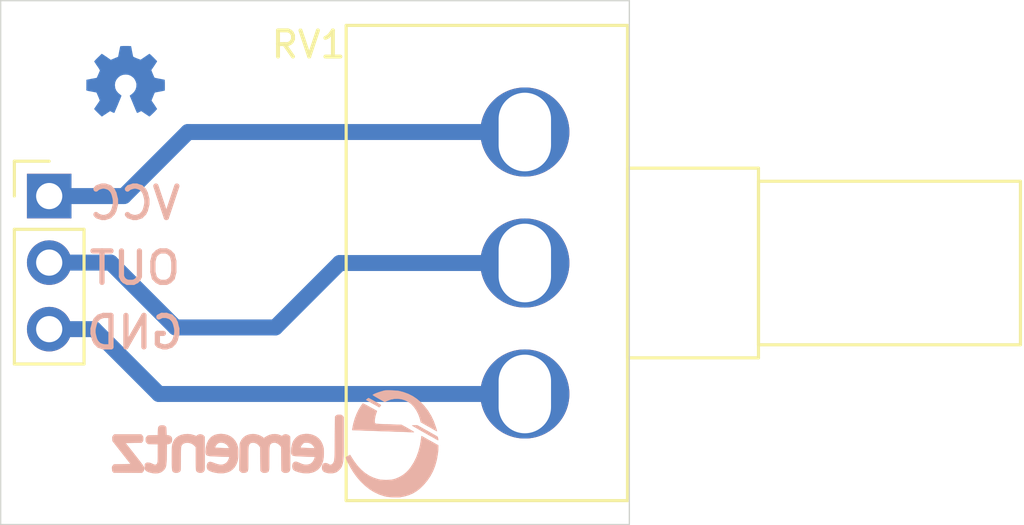
<source format=kicad_pcb>
(kicad_pcb (version 20171130) (host pcbnew 5.1.8-db9833491~87~ubuntu20.04.1)

  (general
    (thickness 1.6)
    (drawings 7)
    (tracks 11)
    (zones 0)
    (modules 5)
    (nets 4)
  )

  (page A4)
  (title_block
    (title "Potentiometer Module")
    (date 2020-11-10)
    (rev V1.0)
    (company "Elementz Engineers Guild Pvt Ltd")
    (comment 1 "Verified by : Jerryl")
    (comment 2 "Drawn by : Anandu")
  )

  (layers
    (0 F.Cu signal)
    (31 B.Cu signal)
    (32 B.Adhes user)
    (33 F.Adhes user)
    (34 B.Paste user)
    (35 F.Paste user)
    (36 B.SilkS user)
    (37 F.SilkS user)
    (38 B.Mask user)
    (39 F.Mask user)
    (40 Dwgs.User user)
    (41 Cmts.User user)
    (42 Eco1.User user)
    (43 Eco2.User user)
    (44 Edge.Cuts user)
    (45 Margin user hide)
    (46 B.CrtYd user hide)
    (47 F.CrtYd user hide)
    (48 B.Fab user hide)
    (49 F.Fab user hide)
  )

  (setup
    (last_trace_width 0.6096)
    (trace_clearance 0.2)
    (zone_clearance 0.508)
    (zone_45_only no)
    (trace_min 0.2)
    (via_size 0.8)
    (via_drill 0.4)
    (via_min_size 0.4)
    (via_min_drill 0.3)
    (uvia_size 0.3)
    (uvia_drill 0.1)
    (uvias_allowed no)
    (uvia_min_size 0.2)
    (uvia_min_drill 0.1)
    (edge_width 0.05)
    (segment_width 0.2)
    (pcb_text_width 0.3)
    (pcb_text_size 1.5 1.5)
    (mod_edge_width 0.12)
    (mod_text_size 1 1)
    (mod_text_width 0.15)
    (pad_size 3 3)
    (pad_drill 3)
    (pad_to_mask_clearance 0)
    (aux_axis_origin 0 0)
    (visible_elements FFFFFF7F)
    (pcbplotparams
      (layerselection 0x010f4_fffffffe)
      (usegerberextensions false)
      (usegerberattributes true)
      (usegerberadvancedattributes true)
      (creategerberjobfile true)
      (excludeedgelayer true)
      (linewidth 0.100000)
      (plotframeref false)
      (viasonmask false)
      (mode 1)
      (useauxorigin false)
      (hpglpennumber 1)
      (hpglpenspeed 20)
      (hpglpendiameter 15.000000)
      (psnegative false)
      (psa4output false)
      (plotreference true)
      (plotvalue false)
      (plotinvisibletext false)
      (padsonsilk false)
      (subtractmaskfromsilk false)
      (outputformat 1)
      (mirror false)
      (drillshape 0)
      (scaleselection 1)
      (outputdirectory "Gerber"))
  )

  (net 0 "")
  (net 1 /VCC)
  (net 2 GND)
  (net 3 /OUT)

  (net_class Default "This is the default net class."
    (clearance 0.2)
    (trace_width 0.6096)
    (via_dia 0.8)
    (via_drill 0.4)
    (uvia_dia 0.3)
    (uvia_drill 0.1)
    (add_net /OUT)
    (add_net /VCC)
    (add_net GND)
  )

  (module Potentiometer_THT:Potentiometer_Alps_RK163_Single_Horizontal (layer F.Cu) (tedit 5FACF92B) (tstamp 5FA9A8BC)
    (at 148.717 97.155)
    (descr "Potentiometer, horizontal, Alps RK163 Single, http://www.alps.com/prod/info/E/HTML/Potentiometer/RotaryPotentiometers/RK16/RK16_list.html")
    (tags "Potentiometer horizontal Alps RK163 Single")
    (path /5FA915B9)
    (fp_text reference RV1 (at -8.255 -13.335 180) (layer F.SilkS)
      (effects (font (size 1 1) (thickness 0.15)))
    )
    (fp_text value R_POT (at 0 5.2) (layer F.Fab)
      (effects (font (size 1 1) (thickness 0.15)))
    )
    (fp_line (start -6.7 -13.95) (end -6.7 3.95) (layer F.Fab) (width 0.1))
    (fp_line (start -6.7 3.95) (end 3.8 3.95) (layer F.Fab) (width 0.1))
    (fp_line (start 3.8 3.95) (end 3.8 -13.95) (layer F.Fab) (width 0.1))
    (fp_line (start 3.8 -13.95) (end -6.7 -13.95) (layer F.Fab) (width 0.1))
    (fp_line (start 3.8 -8.5) (end 3.8 -1.5) (layer F.Fab) (width 0.1))
    (fp_line (start 3.8 -1.5) (end 8.8 -1.5) (layer F.Fab) (width 0.1))
    (fp_line (start 8.8 -1.5) (end 8.8 -8.5) (layer F.Fab) (width 0.1))
    (fp_line (start 8.8 -8.5) (end 3.8 -8.5) (layer F.Fab) (width 0.1))
    (fp_line (start 8.8 -8) (end 8.8 -2) (layer F.Fab) (width 0.1))
    (fp_line (start 8.8 -2) (end 18.8 -2) (layer F.Fab) (width 0.1))
    (fp_line (start 18.8 -2) (end 18.8 -8) (layer F.Fab) (width 0.1))
    (fp_line (start 18.8 -8) (end 8.8 -8) (layer F.Fab) (width 0.1))
    (fp_line (start -6.82 -14.07) (end 3.92 -14.07) (layer F.SilkS) (width 0.12))
    (fp_line (start -6.82 4.07) (end 3.92 4.07) (layer F.SilkS) (width 0.12))
    (fp_line (start -6.82 -14.07) (end -6.82 4.07) (layer F.SilkS) (width 0.12))
    (fp_line (start 3.92 -14.07) (end 3.92 4.07) (layer F.SilkS) (width 0.12))
    (fp_line (start 3.92 -8.62) (end 8.92 -8.62) (layer F.SilkS) (width 0.12))
    (fp_line (start 3.92 -1.38) (end 8.92 -1.38) (layer F.SilkS) (width 0.12))
    (fp_line (start 3.92 -8.62) (end 3.92 -1.38) (layer F.SilkS) (width 0.12))
    (fp_line (start 8.92 -8.62) (end 8.92 -1.38) (layer F.SilkS) (width 0.12))
    (fp_line (start 8.92 -8.12) (end 18.92 -8.12) (layer F.SilkS) (width 0.12))
    (fp_line (start 8.92 -1.879) (end 18.92 -1.879) (layer F.SilkS) (width 0.12))
    (fp_line (start 8.92 -8.12) (end 8.92 -1.879) (layer F.SilkS) (width 0.12))
    (fp_line (start 18.92 -8.12) (end 18.92 -1.879) (layer F.SilkS) (width 0.12))
    (fp_line (start -6.95 -14.2) (end -6.95 4.2) (layer F.CrtYd) (width 0.05))
    (fp_line (start -6.95 4.2) (end 19.05 4.2) (layer F.CrtYd) (width 0.05))
    (fp_line (start 19.05 4.2) (end 19.05 -14.2) (layer F.CrtYd) (width 0.05))
    (fp_line (start 19.05 -14.2) (end -6.95 -14.2) (layer F.CrtYd) (width 0.05))
    (fp_text user %R (at -1.45 -5) (layer F.Fab)
      (effects (font (size 1 1) (thickness 0.15)))
    )
    (pad 1 thru_hole oval (at 0 0) (size 3.4 3.4) (drill oval 2 3) (layers *.Cu *.Mask)
      (net 2 GND))
    (pad 2 thru_hole oval (at 0 -5) (size 3.4 3.4) (drill oval 2 3) (layers *.Cu *.Mask)
      (net 3 /OUT))
    (pad 3 thru_hole oval (at 0 -10) (size 3.4 3.4) (drill oval 2 3) (layers *.Cu *.Mask)
      (net 1 /VCC))
    (model "/home/jerryl/Git/Work/PCB DEsigners Repo/pcb_designers_repo/3D/POTENTIOMETER.STEP"
      (offset (xyz -5 5 12.5))
      (scale (xyz 1 1 1))
      (rotate (xyz -90 0 -90))
    )
  )

  (module OSHW-logo:OSHW-logo_copper-back_3mm (layer B.Cu) (tedit 0) (tstamp 5FA939A9)
    (at 133.477 85.217 180)
    (fp_text reference G*** (at 0 -1.59004 180) (layer F.SilkS) hide
      (effects (font (size 0.13462 0.13462) (thickness 0.0254)))
    )
    (fp_text value OSHW-logo_copper-back_3mm (at 0 1.59004 180) (layer F.SilkS) hide
      (effects (font (size 0.13462 0.13462) (thickness 0.0254)))
    )
    (fp_poly (pts (xy 0.90932 -1.3462) (xy 0.89154 -1.33858) (xy 0.85852 -1.31572) (xy 0.80772 -1.2827)
      (xy 0.7493 -1.2446) (xy 0.68834 -1.20396) (xy 0.64008 -1.17094) (xy 0.60452 -1.14808)
      (xy 0.59182 -1.14046) (xy 0.5842 -1.143) (xy 0.55626 -1.15824) (xy 0.51562 -1.17856)
      (xy 0.49022 -1.19126) (xy 0.45212 -1.2065) (xy 0.43434 -1.21158) (xy 0.4318 -1.2065)
      (xy 0.41656 -1.17602) (xy 0.39624 -1.12776) (xy 0.3683 -1.06172) (xy 0.33528 -0.98552)
      (xy 0.29972 -0.90424) (xy 0.2667 -0.82042) (xy 0.23368 -0.74168) (xy 0.2032 -0.66802)
      (xy 0.18034 -0.6096) (xy 0.1651 -0.56896) (xy 0.15748 -0.55118) (xy 0.16002 -0.54864)
      (xy 0.1778 -0.53086) (xy 0.21082 -0.50546) (xy 0.28194 -0.44704) (xy 0.35306 -0.36068)
      (xy 0.39624 -0.26162) (xy 0.40894 -0.14986) (xy 0.39878 -0.04826) (xy 0.35814 0.04826)
      (xy 0.28956 0.13716) (xy 0.20574 0.2032) (xy 0.10922 0.24384) (xy 0 0.25654)
      (xy -0.10414 0.24638) (xy -0.2032 0.20574) (xy -0.2921 0.1397) (xy -0.3302 0.09652)
      (xy -0.381 0.00508) (xy -0.41148 -0.0889) (xy -0.41402 -0.11176) (xy -0.40894 -0.21844)
      (xy -0.37846 -0.32004) (xy -0.32258 -0.40894) (xy -0.24638 -0.4826) (xy -0.23622 -0.49022)
      (xy -0.20066 -0.51816) (xy -0.17526 -0.53594) (xy -0.15748 -0.55118) (xy -0.2921 -0.87376)
      (xy -0.31242 -0.92456) (xy -0.35052 -1.01346) (xy -0.381 -1.08966) (xy -0.40894 -1.15062)
      (xy -0.42672 -1.19126) (xy -0.43434 -1.2065) (xy -0.44704 -1.20904) (xy -0.4699 -1.20142)
      (xy -0.51562 -1.17856) (xy -0.5461 -1.16332) (xy -0.57912 -1.14808) (xy -0.59436 -1.14046)
      (xy -0.6096 -1.14808) (xy -0.64262 -1.1684) (xy -0.68834 -1.20142) (xy -0.74676 -1.23952)
      (xy -0.80264 -1.27762) (xy -0.85344 -1.31064) (xy -0.889 -1.33604) (xy -0.90678 -1.34366)
      (xy -0.90932 -1.34366) (xy -0.9271 -1.33604) (xy -0.95504 -1.31064) (xy -0.99822 -1.27)
      (xy -1.06172 -1.20904) (xy -1.07188 -1.19888) (xy -1.12268 -1.14808) (xy -1.16332 -1.10236)
      (xy -1.19126 -1.07188) (xy -1.20142 -1.05918) (xy -1.19126 -1.0414) (xy -1.1684 -1.0033)
      (xy -1.13538 -0.9525) (xy -1.09474 -0.89154) (xy -0.98806 -0.7366) (xy -1.04648 -0.59182)
      (xy -1.06426 -0.5461) (xy -1.08712 -0.49022) (xy -1.1049 -0.45212) (xy -1.11252 -0.43434)
      (xy -1.1303 -0.42926) (xy -1.1684 -0.4191) (xy -1.22682 -0.40894) (xy -1.29794 -0.39624)
      (xy -1.36398 -0.38354) (xy -1.4224 -0.37084) (xy -1.46558 -0.36322) (xy -1.4859 -0.36068)
      (xy -1.49098 -0.3556) (xy -1.49352 -0.34798) (xy -1.49606 -0.32766) (xy -1.4986 -0.28956)
      (xy -1.4986 -0.23368) (xy -1.4986 -0.14986) (xy -1.4986 -0.14224) (xy -1.4986 -0.0635)
      (xy -1.49606 0) (xy -1.49352 0.0381) (xy -1.49098 0.05588) (xy -1.4732 0.06096)
      (xy -1.43002 0.06858) (xy -1.3716 0.08128) (xy -1.30048 0.09398) (xy -1.2954 0.09398)
      (xy -1.22428 0.10922) (xy -1.16586 0.12192) (xy -1.12268 0.12954) (xy -1.1049 0.13716)
      (xy -1.10236 0.14224) (xy -1.08712 0.17018) (xy -1.0668 0.21336) (xy -1.04394 0.2667)
      (xy -1.02108 0.32258) (xy -1.00076 0.37338) (xy -0.98806 0.40894) (xy -0.98298 0.42672)
      (xy -0.99314 0.4445) (xy -1.01854 0.48006) (xy -1.0541 0.53086) (xy -1.09474 0.59182)
      (xy -1.09728 0.5969) (xy -1.13792 0.65786) (xy -1.17094 0.70866) (xy -1.1938 0.74422)
      (xy -1.20142 0.75946) (xy -1.20142 0.762) (xy -1.18872 0.77978) (xy -1.15824 0.8128)
      (xy -1.11252 0.85852) (xy -1.06172 0.91186) (xy -1.04394 0.9271) (xy -0.98552 0.98552)
      (xy -0.94488 1.02108) (xy -0.91948 1.0414) (xy -0.90932 1.04648) (xy -0.90678 1.04648)
      (xy -0.889 1.03632) (xy -0.8509 1.01092) (xy -0.8001 0.97536) (xy -0.73914 0.93472)
      (xy -0.7366 0.93218) (xy -0.67564 0.89154) (xy -0.62484 0.85598) (xy -0.58928 0.83312)
      (xy -0.57404 0.8255) (xy -0.5715 0.8255) (xy -0.54864 0.83058) (xy -0.50546 0.84582)
      (xy -0.45212 0.86614) (xy -0.39624 0.889) (xy -0.34544 0.90932) (xy -0.30988 0.9271)
      (xy -0.2921 0.93726) (xy -0.28956 0.93726) (xy -0.28448 0.96012) (xy -0.27432 1.00584)
      (xy -0.26162 1.0668) (xy -0.24638 1.14046) (xy -0.24384 1.15062) (xy -0.23114 1.22428)
      (xy -0.22098 1.2827) (xy -0.21082 1.32334) (xy -0.20828 1.34112) (xy -0.19812 1.34112)
      (xy -0.16256 1.34366) (xy -0.10922 1.3462) (xy -0.04318 1.3462) (xy 0.02286 1.3462)
      (xy 0.0889 1.3462) (xy 0.14478 1.34366) (xy 0.18542 1.34112) (xy 0.2032 1.33604)
      (xy 0.20828 1.31318) (xy 0.21844 1.27) (xy 0.23114 1.2065) (xy 0.24638 1.13284)
      (xy 0.24892 1.12014) (xy 0.26162 1.04902) (xy 0.27432 0.9906) (xy 0.28194 0.94996)
      (xy 0.28702 0.93472) (xy 0.2921 0.93218) (xy 0.32258 0.91694) (xy 0.37084 0.89916)
      (xy 0.42926 0.87376) (xy 0.56642 0.81788) (xy 0.73406 0.93472) (xy 0.7493 0.94488)
      (xy 0.81026 0.98552) (xy 0.86106 1.01854) (xy 0.89662 1.0414) (xy 0.90932 1.04902)
      (xy 0.91186 1.04902) (xy 0.9271 1.03378) (xy 0.96012 1.0033) (xy 1.00584 0.95758)
      (xy 1.05918 0.90678) (xy 1.09982 0.86614) (xy 1.14554 0.82042) (xy 1.17348 0.7874)
      (xy 1.19126 0.76708) (xy 1.19634 0.75438) (xy 1.1938 0.74676) (xy 1.18364 0.72898)
      (xy 1.15824 0.69342) (xy 1.12522 0.64008) (xy 1.08458 0.58166) (xy 1.04902 0.53086)
      (xy 1.01346 0.47498) (xy 0.9906 0.43434) (xy 0.98044 0.41656) (xy 0.98298 0.4064)
      (xy 0.99568 0.37338) (xy 1.016 0.32512) (xy 1.0414 0.26416) (xy 1.09982 0.13208)
      (xy 1.18618 0.1143) (xy 1.23952 0.10414) (xy 1.31318 0.09144) (xy 1.3843 0.0762)
      (xy 1.49606 0.05588) (xy 1.4986 -0.34798) (xy 1.48082 -0.3556) (xy 1.46558 -0.36068)
      (xy 1.42494 -0.37084) (xy 1.36652 -0.381) (xy 1.29794 -0.3937) (xy 1.23698 -0.4064)
      (xy 1.17856 -0.41656) (xy 1.13538 -0.42418) (xy 1.1176 -0.42926) (xy 1.11252 -0.43434)
      (xy 1.09728 -0.46482) (xy 1.07696 -0.51054) (xy 1.0541 -0.56388) (xy 1.0287 -0.6223)
      (xy 1.00838 -0.6731) (xy 0.99314 -0.71374) (xy 0.98806 -0.73406) (xy 0.99568 -0.7493)
      (xy 1.01854 -0.78486) (xy 1.05156 -0.83566) (xy 1.0922 -0.89408) (xy 1.13284 -0.9525)
      (xy 1.16586 -1.0033) (xy 1.19126 -1.03886) (xy 1.19888 -1.05664) (xy 1.1938 -1.0668)
      (xy 1.17094 -1.09474) (xy 1.12776 -1.14046) (xy 1.06172 -1.2065) (xy 1.04902 -1.21666)
      (xy 0.99822 -1.26746) (xy 0.9525 -1.3081) (xy 0.92202 -1.33604) (xy 0.90932 -1.3462)) (layer B.Cu) (width 0.00254))
  )

  (module Logo:logo1 (layer B.Cu) (tedit 0) (tstamp 5FA9B05C)
    (at 139.192 99.06 180)
    (fp_text reference G*** (at 0 0) (layer B.SilkS) hide
      (effects (font (size 1.524 1.524) (thickness 0.3)) (justify mirror))
    )
    (fp_text value LOGO (at 0.75 0) (layer B.SilkS) hide
      (effects (font (size 1.524 1.524) (thickness 0.3)) (justify mirror))
    )
    (fp_poly (pts (xy -5.577609 0.288045) (xy -5.573084 0.255652) (xy -5.567141 0.209238) (xy -5.563307 0.1778)
      (xy -5.523404 -0.065291) (xy -5.463799 -0.294458) (xy -5.38483 -0.508863) (xy -5.286833 -0.707668)
      (xy -5.170148 -0.890035) (xy -5.093944 -0.98806) (xy -4.989551 -1.095173) (xy -4.866913 -1.190178)
      (xy -4.731724 -1.269451) (xy -4.58968 -1.329371) (xy -4.52755 -1.348381) (xy -4.440989 -1.365376)
      (xy -4.337916 -1.375513) (xy -4.226276 -1.378802) (xy -4.11401 -1.375253) (xy -4.009061 -1.36488)
      (xy -3.919372 -1.347691) (xy -3.918802 -1.347542) (xy -3.745271 -1.290696) (xy -3.582443 -1.213037)
      (xy -3.429461 -1.113872) (xy -3.285468 -0.992513) (xy -3.149607 -0.848268) (xy -3.021024 -0.680445)
      (xy -2.941568 -0.559403) (xy -2.854337 -0.418682) (xy -2.770194 -0.465208) (xy -2.729353 -0.487935)
      (xy -2.698133 -0.505582) (xy -2.682341 -0.514861) (xy -2.681594 -0.515381) (xy -2.685309 -0.527428)
      (xy -2.698449 -0.558359) (xy -2.719253 -0.604257) (xy -2.74596 -0.661202) (xy -2.765247 -0.701452)
      (xy -2.869663 -0.902353) (xy -2.979661 -1.082913) (xy -3.098606 -1.24809) (xy -3.229862 -1.402848)
      (xy -3.27025 -1.446006) (xy -3.432617 -1.601618) (xy -3.599558 -1.732909) (xy -3.772609 -1.840774)
      (xy -3.9533 -1.926109) (xy -4.143165 -1.989809) (xy -4.2418 -2.013779) (xy -4.287953 -2.021052)
      (xy -4.351878 -2.027611) (xy -4.427335 -2.033177) (xy -4.508084 -2.03747) (xy -4.587883 -2.04021)
      (xy -4.660491 -2.041118) (xy -4.719668 -2.039915) (xy -4.75615 -2.036816) (xy -4.93853 -2.001392)
      (xy -5.102125 -1.952567) (xy -5.250844 -1.888351) (xy -5.388595 -1.806755) (xy -5.519287 -1.705787)
      (xy -5.646828 -1.583459) (xy -5.647116 -1.583157) (xy -5.79331 -1.412708) (xy -5.917499 -1.231337)
      (xy -6.02017 -1.037989) (xy -6.101809 -0.831612) (xy -6.162903 -0.61115) (xy -6.203729 -0.377174)
      (xy -6.211671 -0.307751) (xy -6.218022 -0.237654) (xy -6.222015 -0.176267) (xy -6.223 -0.141613)
      (xy -6.223 -0.055927) (xy -5.902572 0.123625) (xy -5.820791 0.169332) (xy -5.746563 0.210589)
      (xy -5.682668 0.24587) (xy -5.631885 0.273648) (xy -5.596992 0.292397) (xy -5.580768 0.300591)
      (xy -5.579957 0.300814) (xy -5.577609 0.288045)) (layer B.SilkS) (width 0.01))
    (fp_poly (pts (xy -2.389938 1.110207) (xy -2.358606 1.105521) (xy -2.336258 1.094859) (xy -2.314864 1.076051)
      (xy -2.27965 1.040851) (xy -2.27247 0.225151) (xy -2.270946 0.055821) (xy -2.269485 -0.090079)
      (xy -2.267957 -0.214522) (xy -2.26623 -0.319476) (xy -2.264174 -0.406913) (xy -2.261657 -0.478803)
      (xy -2.258548 -0.537117) (xy -2.254717 -0.583824) (xy -2.250033 -0.620896) (xy -2.244363 -0.650302)
      (xy -2.237578 -0.674014) (xy -2.229547 -0.694001) (xy -2.220137 -0.712235) (xy -2.209219 -0.730685)
      (xy -2.208878 -0.731244) (xy -2.173598 -0.770455) (xy -2.128571 -0.794915) (xy -2.097851 -0.8001)
      (xy -2.074736 -0.793271) (xy -2.041514 -0.776003) (xy -2.025678 -0.765907) (xy -1.970738 -0.739125)
      (xy -1.914521 -0.72967) (xy -1.863476 -0.737565) (xy -1.82405 -0.762833) (xy -1.821961 -0.765174)
      (xy -1.794181 -0.814591) (xy -1.781245 -0.875385) (xy -1.782962 -0.939365) (xy -1.79914 -0.998342)
      (xy -1.828465 -1.043018) (xy -1.873112 -1.0736) (xy -1.936237 -1.097948) (xy -2.011397 -1.114754)
      (xy -2.092152 -1.122706) (xy -2.172061 -1.120495) (xy -2.195226 -1.117606) (xy -2.274871 -1.101026)
      (xy -2.33866 -1.07541) (xy -2.395708 -1.03596) (xy -2.449816 -0.983601) (xy -2.493641 -0.933369)
      (xy -2.523 -0.88987) (xy -2.543455 -0.844219) (xy -2.550674 -0.822445) (xy -2.562208 -0.784641)
      (xy -2.572118 -0.750255) (xy -2.580529 -0.717093) (xy -2.587564 -0.682961) (xy -2.593347 -0.645667)
      (xy -2.598002 -0.603017) (xy -2.601654 -0.552816) (xy -2.604425 -0.492873) (xy -2.606442 -0.420992)
      (xy -2.607826 -0.334982) (xy -2.608702 -0.232647) (xy -2.609195 -0.111795) (xy -2.609428 0.029767)
      (xy -2.609525 0.194234) (xy -2.609535 0.218808) (xy -2.60985 1.028165) (xy -2.568331 1.069708)
      (xy -2.544368 1.091786) (xy -2.522356 1.104247) (xy -2.493765 1.109819) (xy -2.45007 1.111228)
      (xy -2.438445 1.11125) (xy -2.389938 1.110207)) (layer B.SilkS) (width 0.01))
    (fp_poly (pts (xy -1.064438 0.37023) (xy -0.969219 0.348238) (xy -0.888984 0.315094) (xy -0.882214 0.311278)
      (xy -0.830247 0.273437) (xy -0.775349 0.221106) (xy -0.725463 0.162751) (xy -0.68853 0.106836)
      (xy -0.686196 0.102377) (xy -0.658624 0.036889) (xy -0.635422 -0.040096) (xy -0.617475 -0.122621)
      (xy -0.605666 -0.204725) (xy -0.60088 -0.280452) (xy -0.603999 -0.343842) (xy -0.613962 -0.384632)
      (xy -0.624249 -0.406509) (xy -0.636706 -0.424303) (xy -0.65398 -0.438546) (xy -0.67872 -0.449769)
      (xy -0.713574 -0.458503) (xy -0.761189 -0.46528) (xy -0.824214 -0.470632) (xy -0.905296 -0.475089)
      (xy -1.007085 -0.479183) (xy -1.101271 -0.482423) (xy -1.197216 -0.485598) (xy -1.285198 -0.488489)
      (xy -1.361938 -0.49099) (xy -1.42416 -0.492994) (xy -1.468584 -0.494395) (xy -1.491934 -0.495088)
      (xy -1.494402 -0.495142) (xy -1.503647 -0.505095) (xy -1.501335 -0.531118) (xy -1.48971 -0.567958)
      (xy -1.471018 -0.610363) (xy -1.447501 -0.653079) (xy -1.421406 -0.690853) (xy -1.401339 -0.712925)
      (xy -1.351115 -0.752961) (xy -1.299942 -0.777619) (xy -1.23961 -0.789782) (xy -1.17475 -0.792447)
      (xy -1.121292 -0.790985) (xy -1.078556 -0.785468) (xy -1.036518 -0.773594) (xy -0.985151 -0.753059)
      (xy -0.9652 -0.744324) (xy -0.896125 -0.714323) (xy -0.845256 -0.694221) (xy -0.807886 -0.682958)
      (xy -0.77931 -0.679468) (xy -0.754822 -0.682688) (xy -0.730408 -0.691265) (xy -0.686041 -0.72267)
      (xy -0.659147 -0.772503) (xy -0.649732 -0.84075) (xy -0.651474 -0.880622) (xy -0.661627 -0.937747)
      (xy -0.68311 -0.979679) (xy -0.72061 -1.012416) (xy -0.776905 -1.041137) (xy -0.905304 -1.084918)
      (xy -1.044883 -1.112358) (xy -1.186298 -1.122078) (xy -1.28905 -1.116786) (xy -1.417439 -1.091704)
      (xy -1.530007 -1.046768) (xy -1.626485 -0.982205) (xy -1.706607 -0.89824) (xy -1.770102 -0.795099)
      (xy -1.816678 -0.6731) (xy -1.832284 -0.602307) (xy -1.843776 -0.5161) (xy -1.850893 -0.421691)
      (xy -1.853372 -0.326291) (xy -1.85095 -0.237111) (xy -1.84395 -0.167209) (xy -1.500193 -0.167209)
      (xy -1.235872 -0.158183) (xy -1.156762 -0.15534) (xy -1.086743 -0.152552) (xy -1.029609 -0.149993)
      (xy -0.989157 -0.147837) (xy -0.969182 -0.146256) (xy -0.967757 -0.145927) (xy -0.965789 -0.129025)
      (xy -0.977257 -0.098932) (xy -0.999042 -0.061725) (xy -1.028027 -0.023476) (xy -1.034222 -0.016448)
      (xy -1.065542 0.016332) (xy -1.09089 0.034656) (xy -1.120579 0.043562) (xy -1.16492 0.048089)
      (xy -1.166532 0.048206) (xy -1.256178 0.043285) (xy -1.337779 0.016473) (xy -1.407638 -0.030241)
      (xy -1.462052 -0.094871) (xy -1.474745 -0.117327) (xy -1.500193 -0.167209) (xy -1.84395 -0.167209)
      (xy -1.843364 -0.161363) (xy -1.83658 -0.126767) (xy -1.79434 0.002536) (xy -1.736859 0.111828)
      (xy -1.663179 0.202099) (xy -1.572341 0.274343) (xy -1.463387 0.329552) (xy -1.364962 0.361492)
      (xy -1.269812 0.377638) (xy -1.167136 0.38029) (xy -1.064438 0.37023)) (layer B.SilkS) (width 0.01))
    (fp_poly (pts (xy 2.201658 0.370843) (xy 2.31393 0.340411) (xy 2.410865 0.289768) (xy 2.492406 0.218975)
      (xy 2.558492 0.128097) (xy 2.609065 0.017195) (xy 2.644066 -0.113668) (xy 2.661601 -0.241364)
      (xy 2.664812 -0.301273) (xy 2.66158 -0.34509) (xy 2.651196 -0.381467) (xy 2.649876 -0.384696)
      (xy 2.63961 -0.406556) (xy 2.627164 -0.424337) (xy 2.609891 -0.438569) (xy 2.585145 -0.449784)
      (xy 2.550277 -0.458513) (xy 2.502641 -0.465288) (xy 2.439588 -0.470637) (xy 2.358472 -0.475094)
      (xy 2.256645 -0.479189) (xy 2.162629 -0.482423) (xy 2.066684 -0.485598) (xy 1.978702 -0.488489)
      (xy 1.901962 -0.49099) (xy 1.83974 -0.492994) (xy 1.795316 -0.494395) (xy 1.771966 -0.495088)
      (xy 1.769498 -0.495142) (xy 1.760253 -0.505095) (xy 1.762565 -0.531118) (xy 1.77419 -0.567958)
      (xy 1.792882 -0.610363) (xy 1.816399 -0.653079) (xy 1.842494 -0.690853) (xy 1.862561 -0.712925)
      (xy 1.930298 -0.761665) (xy 2.006457 -0.789224) (xy 2.092398 -0.795648) (xy 2.18948 -0.78098)
      (xy 2.299063 -0.745268) (xy 2.338396 -0.728786) (xy 2.415678 -0.699399) (xy 2.477123 -0.686922)
      (xy 2.525702 -0.691192) (xy 2.564385 -0.712047) (xy 2.569061 -0.71617) (xy 2.596211 -0.756633)
      (xy 2.61156 -0.811299) (xy 2.614867 -0.871756) (xy 2.605892 -0.929591) (xy 2.584394 -0.976391)
      (xy 2.576756 -0.985679) (xy 2.531183 -1.020292) (xy 2.465247 -1.051567) (xy 2.383885 -1.078423)
      (xy 2.292034 -1.099778) (xy 2.194632 -1.114552) (xy 2.096614 -1.121663) (xy 2.002917 -1.120029)
      (xy 1.97485 -1.117505) (xy 1.846539 -1.092571) (xy 1.734102 -1.047815) (xy 1.63765 -0.983336)
      (xy 1.557297 -0.89923) (xy 1.493152 -0.795593) (xy 1.44533 -0.672524) (xy 1.440026 -0.65405)
      (xy 1.42773 -0.592383) (xy 1.4188 -0.51321) (xy 1.413401 -0.423872) (xy 1.411699 -0.331711)
      (xy 1.413863 -0.24407) (xy 1.420057 -0.168289) (xy 1.420239 -0.167209) (xy 1.763707 -0.167209)
      (xy 2.028028 -0.158183) (xy 2.107224 -0.155288) (xy 2.177408 -0.152359) (xy 2.234765 -0.149585)
      (xy 2.275479 -0.147156) (xy 2.295731 -0.14526) (xy 2.297234 -0.144836) (xy 2.296892 -0.130107)
      (xy 2.285932 -0.101863) (xy 2.268018 -0.067596) (xy 2.24681 -0.034798) (xy 2.237797 -0.023256)
      (xy 2.188993 0.02073) (xy 2.13118 0.044426) (xy 2.067555 0.050522) (xy 1.981885 0.038189)
      (xy 1.903623 0.003832) (xy 1.837502 -0.049682) (xy 1.78874 -0.118529) (xy 1.763707 -0.167209)
      (xy 1.420239 -0.167209) (xy 1.427949 -0.12147) (xy 1.469124 0.004408) (xy 1.529287 0.114034)
      (xy 1.607063 0.206338) (xy 1.701078 0.280252) (xy 1.809958 0.334708) (xy 1.93233 0.368637)
      (xy 2.066817 0.38097) (xy 2.07411 0.381) (xy 2.201658 0.370843)) (layer B.SilkS) (width 0.01))
    (fp_poly (pts (xy 4.366501 0.703804) (xy 4.397832 0.69911) (xy 4.420189 0.688433) (xy 4.441536 0.669672)
      (xy 4.456529 0.653511) (xy 4.466696 0.637018) (xy 4.47316 0.61489) (xy 4.477045 0.581825)
      (xy 4.479472 0.532519) (xy 4.480962 0.483491) (xy 4.485174 0.332488) (xy 4.674414 0.328169)
      (xy 4.863653 0.32385) (xy 4.905151 0.282331) (xy 4.927977 0.257263) (xy 4.940443 0.234028)
      (xy 4.945637 0.203427) (xy 4.94665 0.15875) (xy 4.945522 0.112484) (xy 4.940079 0.082388)
      (xy 4.927231 0.059264) (xy 4.905151 0.03517) (xy 4.863653 -0.00635) (xy 4.673376 -0.010689)
      (xy 4.4831 -0.015029) (xy 4.48317 -0.340889) (xy 4.483596 -0.455304) (xy 4.485064 -0.547115)
      (xy 4.487941 -0.619111) (xy 4.492595 -0.674079) (xy 4.499393 -0.714809) (xy 4.508703 -0.744087)
      (xy 4.520893 -0.764702) (xy 4.536329 -0.779441) (xy 4.541455 -0.783007) (xy 4.573855 -0.794722)
      (xy 4.615414 -0.791372) (xy 4.669729 -0.772258) (xy 4.71805 -0.748712) (xy 4.761461 -0.73169)
      (xy 4.814148 -0.718701) (xy 4.839379 -0.715072) (xy 4.882541 -0.712383) (xy 4.910884 -0.716535)
      (xy 4.934596 -0.729912) (xy 4.947329 -0.740312) (xy 4.966029 -0.757962) (xy 4.977171 -0.77577)
      (xy 4.982703 -0.800703) (xy 4.984574 -0.839729) (xy 4.98475 -0.874177) (xy 4.983902 -0.92686)
      (xy 4.980231 -0.961419) (xy 4.972048 -0.985103) (xy 4.957662 -1.005163) (xy 4.953 -1.010351)
      (xy 4.910477 -1.045499) (xy 4.852392 -1.073832) (xy 4.775183 -1.096798) (xy 4.706146 -1.110755)
      (xy 4.64578 -1.120862) (xy 4.601784 -1.126408) (xy 4.565577 -1.127592) (xy 4.52858 -1.12461)
      (xy 4.482213 -1.117662) (xy 4.472981 -1.116134) (xy 4.395518 -1.09653) (xy 4.330974 -1.063206)
      (xy 4.275678 -1.017775) (xy 4.244196 -0.985933) (xy 4.218402 -0.95405) (xy 4.19768 -0.919211)
      (xy 4.181416 -0.878501) (xy 4.168993 -0.829002) (xy 4.159797 -0.767799) (xy 4.153213 -0.691976)
      (xy 4.148625 -0.598617) (xy 4.14542 -0.484806) (xy 4.143678 -0.391981) (xy 4.137487 -0.015612)
      (xy 4.077585 -0.007666) (xy 4.025625 0.005907) (xy 3.98547 0.034068) (xy 3.980516 0.039074)
      (xy 3.959782 0.063594) (xy 3.948574 0.08807) (xy 3.944055 0.121682) (xy 3.94335 0.15934)
      (xy 3.94457 0.20574) (xy 3.950181 0.235872) (xy 3.963106 0.258828) (xy 3.981979 0.279441)
      (xy 4.017835 0.30725) (xy 4.061198 0.322027) (xy 4.085728 0.325783) (xy 4.150848 0.333495)
      (xy 4.155049 0.483994) (xy 4.157122 0.548306) (xy 4.159845 0.592537) (xy 4.164347 0.622005)
      (xy 4.171755 0.642025) (xy 4.183197 0.657912) (xy 4.194463 0.669672) (xy 4.21601 0.688573)
      (xy 4.238414 0.69918) (xy 4.269872 0.703828) (xy 4.318 0.70485) (xy 4.366501 0.703804)) (layer B.SilkS) (width 0.01))
    (fp_poly (pts (xy 1.00757 0.355986) (xy 1.11191 0.3179) (xy 1.199011 0.261669) (xy 1.269662 0.186752)
      (xy 1.324652 0.092606) (xy 1.335608 0.067086) (xy 1.34304 0.048045) (xy 1.349135 0.029528)
      (xy 1.354049 0.008861) (xy 1.357934 -0.016626) (xy 1.360946 -0.049606) (xy 1.363238 -0.09275)
      (xy 1.364964 -0.148731) (xy 1.366277 -0.22022) (xy 1.367333 -0.309889) (xy 1.368285 -0.42041)
      (xy 1.368974 -0.511895) (xy 1.372698 -1.017441) (xy 1.328969 -1.06117) (xy 1.300625 -1.086763)
      (xy 1.274817 -1.099821) (xy 1.240697 -1.104454) (xy 1.213489 -1.1049) (xy 1.163856 -1.101165)
      (xy 1.119685 -1.091533) (xy 1.103268 -1.085006) (xy 1.084632 -1.07435) (xy 1.069386 -1.061864)
      (xy 1.057189 -1.045052) (xy 1.047702 -1.021421) (xy 1.040588 -0.988476) (xy 1.035506 -0.943724)
      (xy 1.032118 -0.884669) (xy 1.030084 -0.808817) (xy 1.029066 -0.713675) (xy 1.028723 -0.596748)
      (xy 1.0287 -0.536498) (xy 1.028655 -0.418726) (xy 1.028416 -0.323541) (xy 1.02782 -0.24813)
      (xy 1.026705 -0.189679) (xy 1.024912 -0.145376) (xy 1.022279 -0.112407) (xy 1.018645 -0.087959)
      (xy 1.013848 -0.06922) (xy 1.007728 -0.053376) (xy 1.000125 -0.037615) (xy 0.975385 0.00216)
      (xy 0.946011 0.025884) (xy 0.920287 0.036774) (xy 0.851433 0.047851) (xy 0.779207 0.037441)
      (xy 0.709331 0.007771) (xy 0.647526 -0.03893) (xy 0.6096 -0.084252) (xy 0.57785 -0.13142)
      (xy 0.5715 -0.581119) (xy 0.56515 -1.030819) (xy 0.523674 -1.067859) (xy 0.494128 -1.090414)
      (xy 0.464126 -1.101494) (xy 0.422404 -1.104832) (xy 0.411918 -1.1049) (xy 0.36365 -1.101175)
      (xy 0.319989 -1.091648) (xy 0.303168 -1.085006) (xy 0.284477 -1.074307) (xy 0.269195 -1.061755)
      (xy 0.256981 -1.044845) (xy 0.247492 -1.021075) (xy 0.240387 -0.987941) (xy 0.235321 -0.94294)
      (xy 0.231954 -0.883568) (xy 0.229943 -0.807322) (xy 0.228945 -0.711698) (xy 0.228619 -0.594194)
      (xy 0.2286 -0.53975) (xy 0.228481 -0.41516) (xy 0.227911 -0.313295) (xy 0.226563 -0.231481)
      (xy 0.224115 -0.167042) (xy 0.220242 -0.117305) (xy 0.21462 -0.079594) (xy 0.206925 -0.051235)
      (xy 0.196832 -0.029552) (xy 0.184018 -0.011873) (xy 0.168157 0.004479) (xy 0.161936 0.010283)
      (xy 0.121298 0.034151) (xy 0.061917 0.04641) (xy 0.061875 0.046415) (xy 0.017586 0.048463)
      (xy -0.018468 0.04233) (xy -0.058832 0.025326) (xy -0.074834 0.017082) (xy -0.120533 -0.011963)
      (xy -0.163205 -0.047115) (xy -0.182784 -0.067826) (xy -0.22225 -0.116602) (xy -0.23495 -1.030822)
      (xy -0.276426 -1.067861) (xy -0.305099 -1.089944) (xy -0.333967 -1.101059) (xy -0.373817 -1.104697)
      (xy -0.390726 -1.104852) (xy -0.457466 -1.098388) (xy -0.504134 -1.080059) (xy -0.543226 -1.041902)
      (xy -0.558802 -1.007082) (xy -0.562474 -0.983014) (xy -0.565399 -0.938054) (xy -0.567589 -0.871474)
      (xy -0.569055 -0.782549) (xy -0.569809 -0.670553) (xy -0.56986 -0.534759) (xy -0.569221 -0.37444)
      (xy -0.569019 -0.340549) (xy -0.56515 0.277751) (xy -0.528321 0.316183) (xy -0.486971 0.345066)
      (xy -0.435244 0.36122) (xy -0.380322 0.364613) (xy -0.329388 0.355214) (xy -0.289626 0.33299)
      (xy -0.276322 0.317291) (xy -0.265751 0.30347) (xy -0.252932 0.301187) (xy -0.229619 0.310613)
      (xy -0.213732 0.318607) (xy -0.108056 0.358681) (xy 0.003281 0.375316) (xy 0.116894 0.368809)
      (xy 0.2294 0.339455) (xy 0.337413 0.28755) (xy 0.368303 0.267716) (xy 0.407128 0.241829)
      (xy 0.431064 0.228891) (xy 0.44599 0.227223) (xy 0.457782 0.235146) (xy 0.462987 0.240679)
      (xy 0.50972 0.27863) (xy 0.575095 0.313321) (xy 0.652378 0.342586) (xy 0.734835 0.36426)
      (xy 0.815732 0.376177) (xy 0.885201 0.376469) (xy 1.00757 0.355986)) (layer B.SilkS) (width 0.01))
    (fp_poly (pts (xy 3.473137 0.368897) (xy 3.601163 0.338007) (xy 3.6957 0.29799) (xy 3.777034 0.244742)
      (xy 3.841893 0.175992) (xy 3.892421 0.088997) (xy 3.923148 0.00709) (xy 3.930214 -0.017171)
      (xy 3.935906 -0.041417) (xy 3.940372 -0.068623) (xy 3.94376 -0.101765) (xy 3.946217 -0.143817)
      (xy 3.94789 -0.197754) (xy 3.948926 -0.266549) (xy 3.949473 -0.353178) (xy 3.949679 -0.460616)
      (xy 3.9497 -0.528795) (xy 3.949558 -0.657334) (xy 3.948911 -0.762946) (xy 3.947427 -0.848105)
      (xy 3.944776 -0.915283) (xy 3.940624 -0.966954) (xy 3.934642 -1.005591) (xy 3.926497 -1.033667)
      (xy 3.915858 -1.053654) (xy 3.902393 -1.068026) (xy 3.88577 -1.079257) (xy 3.875131 -1.085006)
      (xy 3.821093 -1.102325) (xy 3.7624 -1.104201) (xy 3.705714 -1.092285) (xy 3.657696 -1.068231)
      (xy 3.625009 -1.03369) (xy 3.619183 -1.021517) (xy 3.616007 -1.000522) (xy 3.613183 -0.956869)
      (xy 3.610784 -0.8933) (xy 3.608885 -0.812556) (xy 3.607558 -0.717377) (xy 3.606876 -0.610505)
      (xy 3.6068 -0.558799) (xy 3.606379 -0.428436) (xy 3.605141 -0.317433) (xy 3.603123 -0.227026)
      (xy 3.600359 -0.158449) (xy 3.596886 -0.112937) (xy 3.593254 -0.092901) (xy 3.557904 -0.031772)
      (xy 3.50493 0.011281) (xy 3.434148 0.036366) (xy 3.35915 0.043646) (xy 3.263167 0.032524)
      (xy 3.17549 -0.001665) (xy 3.09948 -0.057469) (xy 3.080886 -0.076614) (xy 3.0353 -0.127073)
      (xy 3.0353 -0.558009) (xy 3.034936 -0.669431) (xy 3.033895 -0.770388) (xy 3.032249 -0.858145)
      (xy 3.030072 -0.929966) (xy 3.027435 -0.983116) (xy 3.024414 -1.014861) (xy 3.022916 -1.021517)
      (xy 2.996088 -1.059045) (xy 2.952096 -1.086424) (xy 2.89767 -1.102127) (xy 2.83954 -1.104623)
      (xy 2.784435 -1.092386) (xy 2.761237 -1.080954) (xy 2.72968 -1.053913) (xy 2.70738 -1.021474)
      (xy 2.706912 -1.020375) (xy 2.703212 -1.004118) (xy 2.700194 -0.973876) (xy 2.697833 -0.928096)
      (xy 2.696101 -0.86523) (xy 2.69497 -0.783728) (xy 2.694414 -0.682039) (xy 2.694405 -0.558614)
      (xy 2.694917 -0.411903) (xy 2.695224 -0.352948) (xy 2.69875 0.27775) (xy 2.735579 0.316183)
      (xy 2.778274 0.345933) (xy 2.831349 0.362003) (xy 2.887456 0.364364) (xy 2.939249 0.352994)
      (xy 2.979381 0.327865) (xy 2.988461 0.317056) (xy 2.998769 0.304622) (xy 3.011119 0.300416)
      (xy 3.032102 0.304891) (xy 3.068311 0.318503) (xy 3.080576 0.323411) (xy 3.208691 0.36177)
      (xy 3.340929 0.376875) (xy 3.473137 0.368897)) (layer B.SilkS) (width 0.01))
    (fp_poly (pts (xy 6.187279 0.318978) (xy 6.20796 0.293786) (xy 6.218913 0.27117) (xy 6.222506 0.242148)
      (xy 6.22111 0.197738) (xy 6.22078 0.191978) (xy 6.215886 0.10795) (xy 5.526698 -0.76835)
      (xy 5.844162 -0.7747) (xy 6.161627 -0.78105) (xy 6.2 -0.824022) (xy 6.220337 -0.848696)
      (xy 6.23132 -0.870808) (xy 6.235172 -0.899011) (xy 6.234115 -0.941959) (xy 6.233443 -0.954263)
      (xy 6.228687 -1.006168) (xy 6.220127 -1.040256) (xy 6.205589 -1.064057) (xy 6.200013 -1.070041)
      (xy 6.171515 -1.09855) (xy 5.632749 -1.102119) (xy 5.093983 -1.105689) (xy 5.0548 -1.070369)
      (xy 5.019659 -1.022115) (xy 5.004791 -0.960324) (xy 5.009086 -0.896552) (xy 5.016182 -0.878623)
      (xy 5.0333 -0.849513) (xy 5.06136 -0.807965) (xy 5.101284 -0.752723) (xy 5.153993 -0.682534)
      (xy 5.220408 -0.596141) (xy 5.301452 -0.49229) (xy 5.366169 -0.410067) (xy 5.714872 0.03175)
      (xy 5.103152 0.04445) (xy 5.072526 0.080084) (xy 5.054881 0.105231) (xy 5.045531 0.13414)
      (xy 5.042124 0.175812) (xy 5.0419 0.197358) (xy 5.043303 0.244703) (xy 5.049416 0.276195)
      (xy 5.063092 0.301312) (xy 5.078958 0.320475) (xy 5.116016 0.36195) (xy 6.148883 0.36195)
      (xy 6.187279 0.318978)) (layer B.SilkS) (width 0.01))
    (fp_poly (pts (xy -5.27366 0.710098) (xy -5.238394 0.707168) (xy -5.220849 0.70298) (xy -5.219929 0.701675)
      (xy -5.230612 0.694137) (xy -5.260776 0.675772) (xy -5.307713 0.648113) (xy -5.368713 0.612692)
      (xy -5.441069 0.571042) (xy -5.522071 0.524697) (xy -5.609011 0.475187) (xy -5.69918 0.424046)
      (xy -5.78987 0.372807) (xy -5.87837 0.323002) (xy -5.961974 0.276164) (xy -6.037971 0.233825)
      (xy -6.103654 0.197518) (xy -6.156313 0.168775) (xy -6.193239 0.14913) (xy -6.211725 0.140114)
      (xy -6.213171 0.1397) (xy -6.215894 0.151012) (xy -6.215317 0.17981) (xy -6.213604 0.200025)
      (xy -6.207011 0.238727) (xy -6.197545 0.267278) (xy -6.192939 0.274231) (xy -6.178768 0.283532)
      (xy -6.14507 0.303631) (xy -6.094519 0.332993) (xy -6.029793 0.370082) (xy -5.953567 0.413361)
      (xy -5.868519 0.461297) (xy -5.800059 0.499656) (xy -5.421568 0.7112) (xy -5.320634 0.7112)
      (xy -5.27366 0.710098)) (layer B.SilkS) (width 0.01))
    (fp_poly (pts (xy -3.330428 1.531409) (xy -3.308342 1.502624) (xy -3.279907 1.463223) (xy -3.266822 1.444481)
      (xy -3.179803 1.301902) (xy -3.101908 1.140786) (xy -3.035522 0.967086) (xy -2.98303 0.786754)
      (xy -2.958708 0.675291) (xy -2.948309 0.61825) (xy -2.940509 0.571159) (xy -2.936099 0.539117)
      (xy -2.935743 0.527284) (xy -2.948806 0.526225) (xy -2.985327 0.524426) (xy -3.043378 0.521958)
      (xy -3.121029 0.518892) (xy -3.216354 0.515298) (xy -3.327422 0.511249) (xy -3.452305 0.506815)
      (xy -3.589075 0.502067) (xy -3.735802 0.497076) (xy -3.890559 0.491913) (xy -3.937 0.490383)
      (xy -4.099134 0.485029) (xy -4.257781 0.479736) (xy -4.410532 0.474589) (xy -4.554976 0.469671)
      (xy -4.688703 0.465065) (xy -4.809305 0.460855) (xy -4.914369 0.457125) (xy -5.001488 0.453958)
      (xy -5.06825 0.451438) (xy -5.112245 0.449649) (xy -5.114925 0.44953) (xy -5.18014 0.447341)
      (xy -5.234642 0.446913) (xy -5.274077 0.448175) (xy -5.294094 0.451056) (xy -5.295708 0.45249)
      (xy -5.285047 0.461663) (xy -5.255338 0.481084) (xy -5.209811 0.508803) (xy -5.151696 0.542869)
      (xy -5.084223 0.581331) (xy -5.057583 0.596259) (xy -4.81965 0.728967) (xy -4.3434 0.745041)
      (xy -4.234893 0.748854) (xy -4.133616 0.752702) (xy -4.04256 0.756448) (xy -3.964717 0.759958)
      (xy -3.903076 0.763097) (xy -3.860628 0.765728) (xy -3.840364 0.767718) (xy -3.839845 0.767831)
      (xy -3.815931 0.784039) (xy -3.800501 0.809549) (xy -3.794486 0.849834) (xy -3.79607 0.90777)
      (xy -3.804403 0.977055) (xy -3.818636 1.051386) (xy -3.837918 1.124461) (xy -3.846523 1.150967)
      (xy -3.882704 1.255935) (xy -3.618015 1.40358) (xy -3.543433 1.444657) (xy -3.476058 1.480767)
      (xy -3.41908 1.510281) (xy -3.375686 1.531571) (xy -3.349068 1.54301) (xy -3.342228 1.544365)
      (xy -3.330428 1.531409)) (layer B.SilkS) (width 0.01))
    (fp_poly (pts (xy -4.23687 2.041841) (xy -4.183717 2.038539) (xy -4.1529 2.033539) (xy -4.02402 1.995152)
      (xy -3.91578 1.959711) (xy -3.829196 1.9276) (xy -3.765286 1.899203) (xy -3.725066 1.874907)
      (xy -3.718392 1.869091) (xy -3.726225 1.86058) (xy -3.753255 1.841811) (xy -3.79639 1.814705)
      (xy -3.852541 1.781184) (xy -3.918614 1.74317) (xy -3.943105 1.729387) (xy -4.176875 1.598561)
      (xy -4.269663 1.642903) (xy -4.401678 1.692712) (xy -4.538561 1.719667) (xy -4.676984 1.724246)
      (xy -4.813616 1.706931) (xy -4.945131 1.6682) (xy -5.068199 1.608534) (xy -5.179491 1.528411)
      (xy -5.201497 1.508618) (xy -5.298824 1.402194) (xy -5.384982 1.277228) (xy -5.45689 1.139255)
      (xy -5.511465 0.993812) (xy -5.532772 0.913552) (xy -5.552492 0.82623) (xy -5.851927 0.65759)
      (xy -5.944374 0.605536) (xy -6.017063 0.564679) (xy -6.072369 0.533756) (xy -6.112668 0.511502)
      (xy -6.140335 0.496655) (xy -6.157746 0.487949) (xy -6.167274 0.48412) (xy -6.171297 0.483906)
      (xy -6.172189 0.486041) (xy -6.1722 0.487155) (xy -6.168723 0.50122) (xy -6.159256 0.534575)
      (xy -6.145248 0.582222) (xy -6.128246 0.638835) (xy -6.047552 0.864292) (xy -5.946748 1.075069)
      (xy -5.826279 1.270429) (xy -5.686591 1.449634) (xy -5.55435 1.5875) (xy -5.404754 1.715094)
      (xy -5.246803 1.821001) (xy -5.077397 1.906844) (xy -4.893434 1.974246) (xy -4.7371 2.015226)
      (xy -4.688947 2.023196) (xy -4.624205 2.030053) (xy -4.548167 2.035631) (xy -4.466123 2.039765)
      (xy -4.383365 2.042289) (xy -4.305184 2.043036) (xy -4.23687 2.041841)) (layer B.SilkS) (width 0.01))
    (fp_poly (pts (xy -3.542988 1.745152) (xy -3.517607 1.72639) (xy -3.505523 1.716562) (xy -3.462355 1.680524)
      (xy -3.594903 1.606317) (xy -3.663141 1.567995) (xy -3.738632 1.525413) (xy -3.810031 1.484976)
      (xy -3.845931 1.464555) (xy -3.894423 1.437054) (xy -3.933896 1.414947) (xy -3.959701 1.400819)
      (xy -3.96738 1.397) (xy -3.977105 1.405235) (xy -3.99792 1.425873) (xy -4.006931 1.435184)
      (xy -4.030174 1.464542) (xy -4.0327 1.483327) (xy -4.030216 1.486665) (xy -4.015689 1.496533)
      (xy -3.98337 1.516051) (xy -3.937288 1.542956) (xy -3.881471 1.574986) (xy -3.819949 1.609875)
      (xy -3.756751 1.64536) (xy -3.695906 1.679178) (xy -3.641443 1.709065) (xy -3.597392 1.732757)
      (xy -3.56778 1.74799) (xy -3.556884 1.7526) (xy -3.542988 1.745152)) (layer B.SilkS) (width 0.01))
  )

  (module MountingHole:MountingHole_3mm (layer F.Cu) (tedit 5FA9241D) (tstamp 5FA994F7)
    (at 131.682721 90.237113)
    (descr "Mounting Hole 3mm, no annular")
    (tags "mounting hole 3mm no annular")
    (path /5FA9409D)
    (attr virtual)
    (fp_text reference H1 (at 0 -4) (layer F.SilkS) hide
      (effects (font (size 1 1) (thickness 0.15)))
    )
    (fp_text value MountingHole (at 0 4) (layer F.Fab)
      (effects (font (size 1 1) (thickness 0.15)))
    )
    (fp_text user %R (at 0.3 0) (layer F.Fab)
      (effects (font (size 1 1) (thickness 0.15)))
    )
    (pad "" np_thru_hole circle (at 5.58 1.935) (size 3 3) (drill 3) (layers *.Cu *.Mask))
  )

  (module Connector_PinHeader_2.54mm:PinHeader_1x03_P2.54mm_Vertical (layer F.Cu) (tedit 59FED5CC) (tstamp 5FA9A7A8)
    (at 130.560404 89.6)
    (descr "Through hole straight pin header, 1x03, 2.54mm pitch, single row")
    (tags "Through hole pin header THT 1x03 2.54mm single row")
    (path /5FA91C5E)
    (fp_text reference J1 (at 0 -2.33) (layer F.Fab)
      (effects (font (size 1 1) (thickness 0.15)))
    )
    (fp_text value Conn_01x03_Male (at 0 7.41) (layer F.Fab)
      (effects (font (size 1 1) (thickness 0.15)))
    )
    (fp_line (start 1.8 -1.8) (end -1.8 -1.8) (layer F.CrtYd) (width 0.05))
    (fp_line (start 1.8 6.85) (end 1.8 -1.8) (layer F.CrtYd) (width 0.05))
    (fp_line (start -1.8 6.85) (end 1.8 6.85) (layer F.CrtYd) (width 0.05))
    (fp_line (start -1.8 -1.8) (end -1.8 6.85) (layer F.CrtYd) (width 0.05))
    (fp_line (start -1.33 -1.33) (end 0 -1.33) (layer F.SilkS) (width 0.12))
    (fp_line (start -1.33 0) (end -1.33 -1.33) (layer F.SilkS) (width 0.12))
    (fp_line (start -1.33 1.27) (end 1.33 1.27) (layer F.SilkS) (width 0.12))
    (fp_line (start 1.33 1.27) (end 1.33 6.41) (layer F.SilkS) (width 0.12))
    (fp_line (start -1.33 1.27) (end -1.33 6.41) (layer F.SilkS) (width 0.12))
    (fp_line (start -1.33 6.41) (end 1.33 6.41) (layer F.SilkS) (width 0.12))
    (fp_line (start -1.27 -0.635) (end -0.635 -1.27) (layer F.Fab) (width 0.1))
    (fp_line (start -1.27 6.35) (end -1.27 -0.635) (layer F.Fab) (width 0.1))
    (fp_line (start 1.27 6.35) (end -1.27 6.35) (layer F.Fab) (width 0.1))
    (fp_line (start 1.27 -1.27) (end 1.27 6.35) (layer F.Fab) (width 0.1))
    (fp_line (start -0.635 -1.27) (end 1.27 -1.27) (layer F.Fab) (width 0.1))
    (fp_text user %R (at 0 2.54 90) (layer F.Fab)
      (effects (font (size 1 1) (thickness 0.15)))
    )
    (pad 3 thru_hole oval (at 0 5.08) (size 1.7 1.7) (drill 1) (layers *.Cu *.Mask)
      (net 2 GND))
    (pad 2 thru_hole oval (at 0 2.54) (size 1.7 1.7) (drill 1) (layers *.Cu *.Mask)
      (net 3 /OUT))
    (pad 1 thru_hole rect (at 0 0) (size 1.7 1.7) (drill 1) (layers *.Cu *.Mask)
      (net 1 /VCC))
    (model ${KISYS3DMOD}/Connector_PinHeader_2.54mm.3dshapes/PinHeader_1x03_P2.54mm_Horizontal.step
      (offset (xyz 0 -5 0))
      (scale (xyz 1 1 1))
      (rotate (xyz 0 0 -180))
    )
  )

  (gr_text "GND\n" (at 133.832553 94.810916) (layer B.SilkS)
    (effects (font (size 1.2 1.2) (thickness 0.2)) (justify mirror))
  )
  (gr_text OUT (at 133.832553 92.349098) (layer B.SilkS)
    (effects (font (size 1.2 1.2) (thickness 0.2)) (justify mirror))
  )
  (gr_text VCC (at 133.832553 89.872714) (layer B.SilkS)
    (effects (font (size 1.2 1.2) (thickness 0.2)) (justify mirror))
  )
  (gr_line (start 128.707 82.14) (end 152.707 82.14) (layer Edge.Cuts) (width 0.05) (tstamp 5FA9945E))
  (gr_line (start 128.707 102.14) (end 128.707 82.14) (layer Edge.Cuts) (width 0.05))
  (gr_line (start 152.707 102.14) (end 128.707 102.14) (layer Edge.Cuts) (width 0.05))
  (gr_line (start 152.707 82.14) (end 152.707 102.14) (layer Edge.Cuts) (width 0.05))

  (segment (start 130.560404 89.6) (end 133.412 89.6) (width 0.6096) (layer B.Cu) (net 1))
  (segment (start 135.857 87.155) (end 148.717 87.155) (width 0.6096) (layer B.Cu) (net 1))
  (segment (start 133.412 89.6) (end 135.857 87.155) (width 0.6096) (layer B.Cu) (net 1))
  (segment (start 130.560404 94.68) (end 132.272 94.68) (width 0.6096) (layer B.Cu) (net 2))
  (segment (start 134.747 97.155) (end 148.717 97.155) (width 0.6096) (layer B.Cu) (net 2))
  (segment (start 132.272 94.68) (end 134.747 97.155) (width 0.6096) (layer B.Cu) (net 2))
  (segment (start 130.560404 92.14) (end 132.907 92.14) (width 0.6096) (layer B.Cu) (net 3))
  (segment (start 132.907 92.14) (end 135.382 94.615) (width 0.6096) (layer B.Cu) (net 3))
  (segment (start 135.382 94.615) (end 139.192 94.615) (width 0.6096) (layer B.Cu) (net 3))
  (segment (start 141.652 92.155) (end 148.717 92.155) (width 0.6096) (layer B.Cu) (net 3))
  (segment (start 139.192 94.615) (end 141.652 92.155) (width 0.6096) (layer B.Cu) (net 3))

)

</source>
